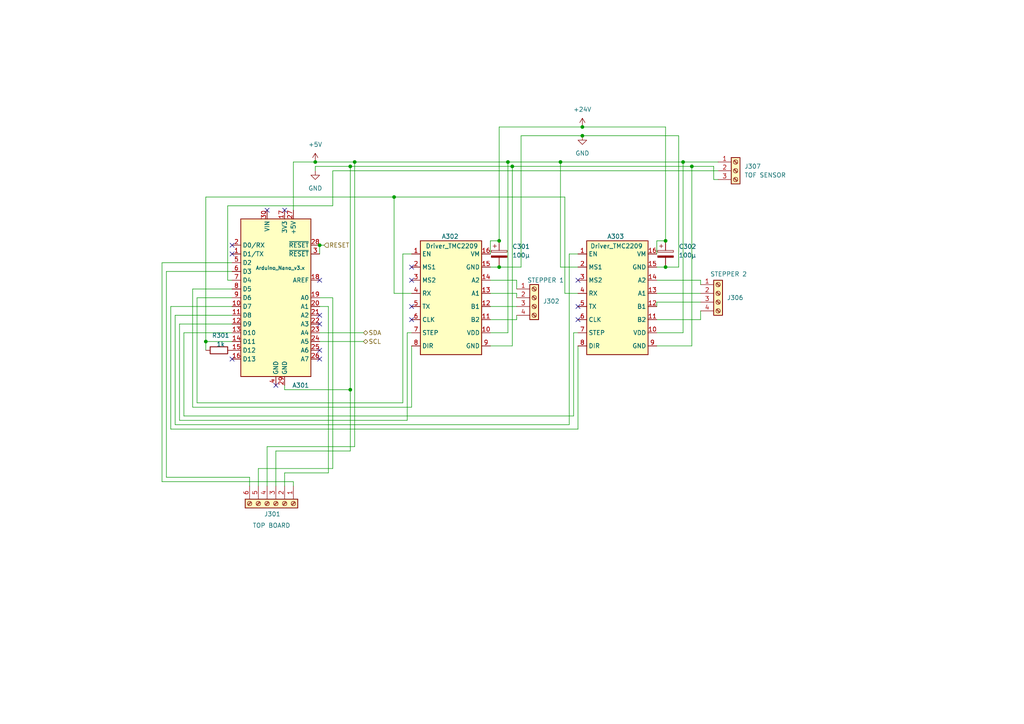
<source format=kicad_sch>
(kicad_sch (version 20231120) (generator "eeschema") (generator_version "8.0")
  (paper "A4")
  (lib_symbols
    (symbol "Connector:Screw_Terminal_01x03" (pin_names (offset 1.016) hide)
      (property "Reference" "J" (at 0 5.08 0))
      (property "Value" "Screw_Terminal_01x03" (at 0 -5.08 0))
      (symbol "Screw_Terminal_01x03_1_1"
        (rectangle (start -1.27 3.81) (end 1.27 -3.81) (stroke (width 0.254)) (fill (type background)))
        (circle (center 0 -2.54) (radius 0.635) (stroke (width 0.1524)))
        (polyline (pts (xy -0.5334 -2.2098) (xy 0.3302 -3.048)) (stroke (width 0.1524)))
        (polyline (pts (xy -0.5334 0.3302) (xy 0.3302 -0.508)) (stroke (width 0.1524)))
        (polyline (pts (xy -0.5334 2.8702) (xy 0.3302 2.032)) (stroke (width 0.1524)))
        (polyline (pts (xy -0.3556 -2.032) (xy 0.508 -2.8702)) (stroke (width 0.1524)))
        (polyline (pts (xy -0.3556 0.508) (xy 0.508 -0.3302)) (stroke (width 0.1524)))
        (polyline (pts (xy -0.3556 3.048) (xy 0.508 2.2098)) (stroke (width 0.1524)))
        (circle (center 0 0) (radius 0.635) (stroke (width 0.1524)))
        (circle (center 0 2.54) (radius 0.635) (stroke (width 0.1524)))
        (pin passive line (at -5.08 2.54 0) (length 3.81) (name "Pin_1") (number "1"))
        (pin passive line (at -5.08 0 0) (length 3.81) (name "Pin_2") (number "2"))
        (pin passive line (at -5.08 -2.54 0) (length 3.81) (name "Pin_3") (number "3"))
      )
    )
    (symbol "Connector:Screw_Terminal_01x04" (pin_names (offset 1.016) hide)
      (property "Reference" "J" (at 0 5.08 0))
      (property "Value" "Screw_Terminal_01x04" (at 0 -7.62 0))
      (symbol "Screw_Terminal_01x04_1_1"
        (rectangle (start -1.27 3.81) (end 1.27 -6.35) (stroke (width 0.254)) (fill (type background)))
        (circle (center 0 -5.08) (radius 0.635) (stroke (width 0.1524)))
        (circle (center 0 -2.54) (radius 0.635) (stroke (width 0.1524)))
        (polyline (pts (xy -0.5334 -4.7498) (xy 0.3302 -5.588)) (stroke (width 0.1524)))
        (polyline (pts (xy -0.5334 -2.2098) (xy 0.3302 -3.048)) (stroke (width 0.1524)))
        (polyline (pts (xy -0.5334 0.3302) (xy 0.3302 -0.508)) (stroke (width 0.1524)))
        (polyline (pts (xy -0.5334 2.8702) (xy 0.3302 2.032)) (stroke (width 0.1524)))
        (polyline (pts (xy -0.3556 -4.572) (xy 0.508 -5.4102)) (stroke (width 0.1524)))
        (polyline (pts (xy -0.3556 -2.032) (xy 0.508 -2.8702)) (stroke (width 0.1524)))
        (polyline (pts (xy -0.3556 0.508) (xy 0.508 -0.3302)) (stroke (width 0.1524)))
        (polyline (pts (xy -0.3556 3.048) (xy 0.508 2.2098)) (stroke (width 0.1524)))
        (circle (center 0 0) (radius 0.635) (stroke (width 0.1524)))
        (circle (center 0 2.54) (radius 0.635) (stroke (width 0.1524)))
        (pin passive line (at -5.08 2.54 0) (length 3.81) (name "Pin_1") (number "1"))
        (pin passive line (at -5.08 0 0) (length 3.81) (name "Pin_2") (number "2"))
        (pin passive line (at -5.08 -2.54 0) (length 3.81) (name "Pin_3") (number "3"))
        (pin passive line (at -5.08 -5.08 0) (length 3.81) (name "Pin_4") (number "4"))
      )
    )
    (symbol "Connector:Screw_Terminal_01x06" (pin_names (offset 1.016) hide)
      (property "Reference" "J" (at 0 7.62 0))
      (property "Value" "Screw_Terminal_01x06" (at 0 -10.16 0))
      (symbol "Screw_Terminal_01x06_1_1"
        (rectangle (start -1.27 6.35) (end 1.27 -8.89) (stroke (width 0.254)) (fill (type background)))
        (circle (center 0 -7.62) (radius 0.635) (stroke (width 0.1524)))
        (circle (center 0 -5.08) (radius 0.635) (stroke (width 0.1524)))
        (circle (center 0 -2.54) (radius 0.635) (stroke (width 0.1524)))
        (polyline (pts (xy -0.5334 -7.2898) (xy 0.3302 -8.128)) (stroke (width 0.1524)))
        (polyline (pts (xy -0.5334 -4.7498) (xy 0.3302 -5.588)) (stroke (width 0.1524)))
        (polyline (pts (xy -0.5334 -2.2098) (xy 0.3302 -3.048)) (stroke (width 0.1524)))
        (polyline (pts (xy -0.5334 0.3302) (xy 0.3302 -0.508)) (stroke (width 0.1524)))
        (polyline (pts (xy -0.5334 2.8702) (xy 0.3302 2.032)) (stroke (width 0.1524)))
        (polyline (pts (xy -0.5334 5.4102) (xy 0.3302 4.572)) (stroke (width 0.1524)))
        (polyline (pts (xy -0.3556 -7.112) (xy 0.508 -7.9502)) (stroke (width 0.1524)))
        (polyline (pts (xy -0.3556 -4.572) (xy 0.508 -5.4102)) (stroke (width 0.1524)))
        (polyline (pts (xy -0.3556 -2.032) (xy 0.508 -2.8702)) (stroke (width 0.1524)))
        (polyline (pts (xy -0.3556 0.508) (xy 0.508 -0.3302)) (stroke (width 0.1524)))
        (polyline (pts (xy -0.3556 3.048) (xy 0.508 2.2098)) (stroke (width 0.1524)))
        (polyline (pts (xy -0.3556 5.588) (xy 0.508 4.7498)) (stroke (width 0.1524)))
        (circle (center 0 0) (radius 0.635) (stroke (width 0.1524)))
        (circle (center 0 2.54) (radius 0.635) (stroke (width 0.1524)))
        (circle (center 0 5.08) (radius 0.635) (stroke (width 0.1524)))
        (pin passive line (at -5.08 5.08 0) (length 3.81) (name "Pin_1") (number "1"))
        (pin passive line (at -5.08 2.54 0) (length 3.81) (name "Pin_2") (number "2"))
        (pin passive line (at -5.08 0 0) (length 3.81) (name "Pin_3") (number "3"))
        (pin passive line (at -5.08 -2.54 0) (length 3.81) (name "Pin_4") (number "4"))
        (pin passive line (at -5.08 -5.08 0) (length 3.81) (name "Pin_5") (number "5"))
        (pin passive line (at -5.08 -7.62 0) (length 3.81) (name "Pin_6") (number "6"))
      )
    )
    (symbol "Device:C_Polarized" (pin_numbers hide) (pin_names (offset 0.254))
      (property "Reference" "C" (at 0.635 2.54 0))
      (property "Value" "C_Polarized" (at 0.635 -2.54 0))
      (symbol "C_Polarized_0_1"
        (rectangle (start -2.286 0.508) (end 2.286 1.016))
        (polyline (pts (xy -1.778 2.286) (xy -0.762 2.286)))
        (polyline (pts (xy -1.27 2.794) (xy -1.27 1.778)))
        (rectangle (start 2.286 -0.508) (end -2.286 -1.016) (fill (type outline)))
      )
      (symbol "C_Polarized_1_1"
        (pin passive line (at 0 3.81 270) (length 2.794) (name "~") (number "1"))
        (pin passive line (at 0 -3.81 90) (length 2.794) (name "~") (number "2"))
      )
    )
    (symbol "Device:R" (pin_numbers hide) (pin_names (offset 0))
      (property "Reference" "R" (at 2.032 0 90))
      (property "Value" "R" (at 0 0 90))
      (symbol "R_0_1"
        (rectangle (start -1.016 -2.54) (end 1.016 2.54) (stroke (width 0.254)))
      )
      (symbol "R_1_1"
        (pin passive line (at 0 3.81 270) (length 1.27) (name "~") (number "1"))
        (pin passive line (at 0 -3.81 90) (length 1.27) (name "~") (number "2"))
      )
    )
    (symbol "drill_arduinoNanoEdit:arduinoNanoEdit"
      (property "Reference" "A1" (at 4.7341 -25.4 0))
      (property "Value" "arduinoNanoEdit" (at 4.7341 -27.94 0))
      (symbol "arduinoNanoEdit_0_1"
        (rectangle (start -10.16 22.86) (end 10.16 -22.86) (stroke (width 0.254)) (fill (type background)))
      )
      (symbol "arduinoNanoEdit_1_1"
        (pin bidirectional line (at -12.7 12.7 0) (length 2.54) (name "D1/TX") (number "1"))
        (pin bidirectional line (at -12.7 -2.54 0) (length 2.54) (name "D7") (number "10"))
        (pin bidirectional line (at -12.7 -5.08 0) (length 2.54) (name "D8") (number "11"))
        (pin bidirectional line (at -12.7 -7.62 0) (length 2.54) (name "D9") (number "12"))
        (pin bidirectional line (at -12.7 -10.16 0) (length 2.54) (name "D10") (number "13"))
        (pin bidirectional line (at -12.7 -12.7 0) (length 2.54) (name "D11") (number "14"))
        (pin bidirectional line (at -12.7 -15.24 0) (length 2.54) (name "D12") (number "15"))
        (pin bidirectional line (at -12.7 -17.78 0) (length 2.54) (name "D13") (number "16"))
        (pin power_out line (at 2.54 25.4 270) (length 2.54) (name "3V3") (number "17"))
        (pin input line (at 12.7 5.08 180) (length 2.54) (name "AREF") (number "18"))
        (pin bidirectional line (at 12.7 0 180) (length 2.54) (name "A0") (number "19"))
        (pin bidirectional line (at -12.7 15.24 0) (length 2.54) (name "D0/RX") (number "2"))
        (pin bidirectional line (at 12.7 -2.54 180) (length 2.54) (name "A1") (number "20"))
        (pin bidirectional line (at 12.7 -5.08 180) (length 2.54) (name "A2") (number "21"))
        (pin bidirectional line (at 12.7 -7.62 180) (length 2.54) (name "A3") (number "22"))
        (pin bidirectional line (at 12.7 -10.16 180) (length 2.54) (name "A4") (number "23"))
        (pin bidirectional line (at 12.7 -12.7 180) (length 2.54) (name "A5") (number "24"))
        (pin bidirectional line (at 12.7 -15.24 180) (length 2.54) (name "A6") (number "25"))
        (pin bidirectional line (at 12.7 -17.78 180) (length 2.54) (name "A7") (number "26"))
        (pin power_in line (at 5.08 25.4 270) (length 2.54) (name "+5V") (number "27"))
        (pin input line (at 12.7 15.24 180) (length 2.54) (name "~{RESET}") (number "28"))
        (pin power_in line (at 2.54 -25.4 90) (length 2.54) (name "GND") (number "29"))
        (pin input line (at 12.7 12.7 180) (length 2.54) (name "~{RESET}") (number "3"))
        (pin power_in line (at -2.54 25.4 270) (length 2.54) (name "VIN") (number "30"))
        (pin power_in line (at 0 -25.4 90) (length 2.54) (name "GND") (number "4"))
        (pin bidirectional line (at -12.7 10.16 0) (length 2.54) (name "D2") (number "5"))
        (pin bidirectional line (at -12.7 7.62 0) (length 2.54) (name "D3") (number "6"))
        (pin bidirectional line (at -12.7 5.08 0) (length 2.54) (name "D4") (number "7"))
        (pin bidirectional line (at -12.7 2.54 0) (length 2.54) (name "D5") (number "8"))
        (pin bidirectional line (at -12.7 0 0) (length 2.54) (name "D6") (number "9"))
      )
    )
    (symbol "mujDriver:mujDriver2"
      (property "Reference" "A" (at -2.54 19.05 0))
      (property "Value" "mujDriver2" (at -2.54 16.51 0))
      (symbol "mujDriver2_0_1"
        (rectangle (start -7.62 15.24) (end 10.16 -17.78) (stroke (width 0.254)) (fill (type background)))
      )
      (symbol "mujDriver2_1_1"
        (pin power_in line (at -10.16 11.43 0) (length 2.54) (name "EN") (number "1"))
        (pin power_in line (at 12.7 -11.43 180) (length 2.54) (name "VDD") (number "10"))
        (pin output line (at 12.7 -7.62 180) (length 2.54) (name "B2") (number "11"))
        (pin output line (at 12.7 -3.81 180) (length 2.54) (name "B1") (number "12"))
        (pin output line (at 12.7 0 180) (length 2.54) (name "A1") (number "13"))
        (pin output line (at 12.7 3.81 180) (length 2.54) (name "A2") (number "14"))
        (pin power_in line (at 12.7 7.62 180) (length 2.54) (name "GND") (number "15"))
        (pin power_in line (at 12.7 11.43 180) (length 2.54) (name "VM") (number "16"))
        (pin free line (at -10.16 7.62 0) (length 2.54) (name "MS1") (number "2"))
        (pin free line (at -10.16 3.81 0) (length 2.54) (name "MS2") (number "3"))
        (pin input line (at -10.16 0 0) (length 2.54) (name "RX") (number "4"))
        (pin output line (at -10.16 -3.81 0) (length 2.54) (name "TX") (number "5"))
        (pin free line (at -10.16 -7.62 0) (length 2.54) (name "CLK") (number "6"))
        (pin input line (at -10.16 -11.43 0) (length 2.54) (name "STEP") (number "7"))
        (pin input line (at -10.16 -15.24 0) (length 2.54) (name "DIR") (number "8"))
        (pin power_in line (at 12.7 -15.24 180) (length 2.54) (name "GND") (number "9"))
      )
    )
    (symbol "power:+24V" (power) (pin_numbers hide) (pin_names (offset 0) hide)
      (property "Value" "+24V" (at 0 3.556 0))
      (symbol "+24V_0_1"
        (polyline (pts (xy -0.762 1.27) (xy 0 2.54)))
        (polyline (pts (xy 0 0) (xy 0 2.54)))
        (polyline (pts (xy 0 2.54) (xy 0.762 1.27)))
      )
      (symbol "+24V_1_1"
        (pin power_in line (at 0 0 90) (length 0) (name "~") (number "1"))
      )
    )
    (symbol "power:+5V" (power) (pin_numbers hide) (pin_names (offset 0) hide)
      (property "Value" "+5V" (at 0 3.556 0))
      (symbol "+5V_0_1"
        (polyline (pts (xy -0.762 1.27) (xy 0 2.54)))
        (polyline (pts (xy 0 0) (xy 0 2.54)))
        (polyline (pts (xy 0 2.54) (xy 0.762 1.27)))
      )
      (symbol "+5V_1_1"
        (pin power_in line (at 0 0 90) (length 0) (name "~") (number "1"))
      )
    )
    (symbol "power:GND" (power) (pin_numbers hide) (pin_names (offset 0) hide)
      (property "Value" "GND" (at 0 -3.81 0))
      (symbol "GND_0_1"
        (polyline (pts (xy 0 0) (xy 0 -1.27) (xy 1.27 -1.27) (xy 0 -2.54) (xy -1.27 -1.27) (xy 0 -1.27)))
      )
      (symbol "GND_1_1"
        (pin power_in line (at 0 0 270) (length 0) (name "~") (number "1"))
      )
    )
  )
  (junction (at 144.78 69.85))
  (junction (at 144.78 77.47))
  (junction (at 101.6 48.26))
  (junction (at 114.3 57.15))
  (junction (at 91.44 46.99))
  (junction (at 102.87 46.99))
  (junction (at 193.04 77.47))
  (junction (at 101.6 113.03))
  (junction (at 193.04 69.85))
  (junction (at 168.91 36.83))
  (junction (at 162.56 46.99))
  (junction (at 200.66 48.26))
  (junction (at 198.12 46.99))
  (junction (at 168.91 39.37))
  (junction (at 148.59 48.26))
  (junction (at 59.69 99.06))
  (junction (at 147.32 46.99))
  (junction (at 92.71 71.12))
  (no_connect (at 167.64 81.28))
  (no_connect (at 80.01 111.76))
  (no_connect (at 67.31 104.14))
  (no_connect (at 119.38 88.9))
  (no_connect (at 119.38 92.71))
  (no_connect (at 92.71 101.6))
  (no_connect (at 119.38 81.28))
  (no_connect (at 92.71 104.14))
  (no_connect (at 77.47 60.96))
  (no_connect (at 167.64 92.71))
  (no_connect (at 67.31 71.12))
  (no_connect (at 167.64 88.9))
  (no_connect (at 92.71 81.28))
  (no_connect (at 92.71 93.98))
  (no_connect (at 82.55 60.96))
  (no_connect (at 92.71 91.44))
  (no_connect (at 119.38 77.47))
  (no_connect (at 67.31 73.66))
  (wire (pts (xy 59.69 57.15) (xy 114.3 57.15)))
  (wire (pts (xy 49.53 124.46) (xy 49.53 88.9)))
  (wire (pts (xy 66.04 59.69) (xy 96.52 59.69)))
  (wire (pts (xy 50.8 91.44) (xy 67.31 91.44)))
  (wire (pts (xy 119.38 118.11) (xy 55.88 118.11)))
  (wire (pts (xy 80.01 130.81) (xy 101.6 130.81)))
  (wire (pts (xy 119.38 100.33) (xy 119.38 118.11)))
  (wire (pts (xy 46.99 76.2) (xy 67.31 76.2)))
  (wire (pts (xy 74.93 135.89) (xy 96.52 135.89)))
  (wire (pts (xy 208.28 49.53) (xy 96.52 49.53)))
  (wire (pts (xy 144.78 77.47) (xy 151.13 77.47)))
  (wire (pts (xy 116.84 116.84) (xy 116.84 73.66)))
  (wire (pts (xy 190.5 100.33) (xy 200.66 100.33)))
  (wire (pts (xy 77.47 129.54) (xy 77.47 140.97)))
  (wire (pts (xy 59.69 99.06) (xy 67.31 99.06)))
  (wire (pts (xy 114.3 85.09) (xy 119.38 85.09)))
  (wire (pts (xy 55.88 83.82) (xy 67.31 83.82)))
  (wire (pts (xy 46.99 139.7) (xy 85.09 139.7)))
  (wire (pts (xy 96.52 135.89) (xy 96.52 86.36)))
  (wire (pts (xy 193.04 77.47) (xy 190.5 77.47)))
  (wire (pts (xy 102.87 129.54) (xy 77.47 129.54)))
  (wire (pts (xy 80.01 130.81) (xy 80.01 140.97)))
  (wire (pts (xy 190.5 92.71) (xy 203.2 92.71)))
  (wire (pts (xy 200.66 48.26) (xy 207.01 48.26)))
  (wire (pts (xy 101.6 48.26) (xy 148.59 48.26)))
  (wire (pts (xy 52.07 93.98) (xy 67.31 93.98)))
  (wire (pts (xy 96.52 86.36) (xy 92.71 86.36)))
  (wire (pts (xy 167.64 124.46) (xy 49.53 124.46)))
  (wire (pts (xy 151.13 39.37) (xy 168.91 39.37)))
  (wire (pts (xy 165.1 73.66) (xy 165.1 123.19)))
  (wire (pts (xy 142.24 81.28) (xy 149.86 81.28)))
  (wire (pts (xy 142.24 77.47) (xy 144.78 77.47)))
  (wire (pts (xy 59.69 57.15) (xy 59.69 99.06)))
  (wire (pts (xy 116.84 73.66) (xy 119.38 73.66)))
  (wire (pts (xy 72.39 138.43) (xy 72.39 140.97)))
  (wire (pts (xy 168.91 39.37) (xy 196.85 39.37)))
  (wire (pts (xy 148.59 48.26) (xy 148.59 100.33)))
  (wire (pts (xy 142.24 96.52) (xy 147.32 96.52)))
  (wire (pts (xy 149.86 81.28) (xy 149.86 83.82)))
  (wire (pts (xy 168.91 36.83) (xy 193.04 36.83)))
  (wire (pts (xy 190.5 69.85) (xy 190.5 73.66)))
  (wire (pts (xy 92.71 71.12) (xy 92.71 73.66)))
  (wire (pts (xy 82.55 113.03) (xy 82.55 111.76)))
  (wire (pts (xy 49.53 88.9) (xy 67.31 88.9)))
  (wire (pts (xy 114.3 57.15) (xy 163.83 57.15)))
  (wire (pts (xy 91.44 48.26) (xy 101.6 48.26)))
  (wire (pts (xy 91.44 48.26) (xy 91.44 49.53)))
  (wire (pts (xy 55.88 118.11) (xy 55.88 83.82)))
  (wire (pts (xy 193.04 36.83) (xy 193.04 69.85)))
  (wire (pts (xy 82.55 113.03) (xy 101.6 113.03)))
  (wire (pts (xy 95.25 137.16) (xy 82.55 137.16)))
  (wire (pts (xy 102.87 46.99) (xy 102.87 129.54)))
  (wire (pts (xy 148.59 48.26) (xy 200.66 48.26)))
  (wire (pts (xy 163.83 85.09) (xy 167.64 85.09)))
  (wire (pts (xy 149.86 88.9) (xy 142.24 88.9)))
  (wire (pts (xy 59.69 99.06) (xy 59.69 101.6)))
  (wire (pts (xy 57.15 116.84) (xy 116.84 116.84)))
  (wire (pts (xy 114.3 57.15) (xy 114.3 85.09)))
  (wire (pts (xy 151.13 77.47) (xy 151.13 39.37)))
  (wire (pts (xy 208.28 52.07) (xy 207.01 52.07)))
  (wire (pts (xy 166.37 96.52) (xy 167.64 96.52)))
  (wire (pts (xy 162.56 46.99) (xy 147.32 46.99)))
  (wire (pts (xy 85.09 139.7) (xy 85.09 140.97)))
  (wire (pts (xy 190.5 87.63) (xy 190.5 88.9)))
  (wire (pts (xy 203.2 92.71) (xy 203.2 90.17)))
  (wire (pts (xy 53.34 120.65) (xy 53.34 96.52)))
  (wire (pts (xy 198.12 46.99) (xy 198.12 96.52)))
  (wire (pts (xy 167.64 124.46) (xy 167.64 100.33)))
  (wire (pts (xy 142.24 100.33) (xy 148.59 100.33)))
  (wire (pts (xy 203.2 81.28) (xy 203.2 82.55)))
  (wire (pts (xy 48.26 78.74) (xy 48.26 138.43)))
  (wire (pts (xy 118.11 96.52) (xy 118.11 121.92)))
  (wire (pts (xy 144.78 36.83) (xy 144.78 69.85)))
  (wire (pts (xy 48.26 138.43) (xy 72.39 138.43)))
  (wire (pts (xy 166.37 96.52) (xy 166.37 120.65)))
  (wire (pts (xy 57.15 86.36) (xy 67.31 86.36)))
  (wire (pts (xy 85.09 46.99) (xy 91.44 46.99)))
  (wire (pts (xy 163.83 57.15) (xy 163.83 85.09)))
  (wire (pts (xy 46.99 139.7) (xy 46.99 76.2)))
  (wire (pts (xy 142.24 73.66) (xy 142.24 69.85)))
  (wire (pts (xy 66.04 81.28) (xy 67.31 81.28)))
  (wire (pts (xy 190.5 69.85) (xy 193.04 69.85)))
  (wire (pts (xy 142.24 69.85) (xy 144.78 69.85)))
  (wire (pts (xy 149.86 92.71) (xy 149.86 91.44)))
  (wire (pts (xy 101.6 48.26) (xy 101.6 113.03)))
  (wire (pts (xy 167.64 77.47) (xy 162.56 77.47)))
  (wire (pts (xy 166.37 120.65) (xy 53.34 120.65)))
  (wire (pts (xy 96.52 49.53) (xy 96.52 59.69)))
  (wire (pts (xy 144.78 36.83) (xy 168.91 36.83)))
  (wire (pts (xy 57.15 116.84) (xy 57.15 86.36)))
  (wire (pts (xy 102.87 46.99) (xy 147.32 46.99)))
  (wire (pts (xy 142.24 92.71) (xy 149.86 92.71)))
  (wire (pts (xy 149.86 86.36) (xy 149.86 85.09)))
  (wire (pts (xy 200.66 100.33) (xy 200.66 48.26)))
  (wire (pts (xy 52.07 121.92) (xy 52.07 93.98)))
  (wire (pts (xy 95.25 88.9) (xy 92.71 88.9)))
  (wire (pts (xy 198.12 46.99) (xy 208.28 46.99)))
  (wire (pts (xy 167.64 73.66) (xy 165.1 73.66)))
  (wire (pts (xy 149.86 85.09) (xy 142.24 85.09)))
  (wire (pts (xy 53.34 96.52) (xy 67.31 96.52)))
  (wire (pts (xy 190.5 96.52) (xy 198.12 96.52)))
  (wire (pts (xy 92.71 99.06) (xy 105.41 99.06)))
  (wire (pts (xy 207.01 52.07) (xy 207.01 48.26)))
  (wire (pts (xy 82.55 137.16) (xy 82.55 140.97)))
  (wire (pts (xy 119.38 96.52) (xy 118.11 96.52)))
  (wire (pts (xy 50.8 91.44) (xy 50.8 123.19)))
  (wire (pts (xy 190.5 85.09) (xy 203.2 85.09)))
  (wire (pts (xy 147.32 46.99) (xy 147.32 96.52)))
  (wire (pts (xy 52.07 121.92) (xy 118.11 121.92)))
  (wire (pts (xy 48.26 78.74) (xy 67.31 78.74)))
  (wire (pts (xy 203.2 87.63) (xy 190.5 87.63)))
  (wire (pts (xy 162.56 46.99) (xy 198.12 46.99)))
  (wire (pts (xy 162.56 46.99) (xy 162.56 77.47)))
  (wire (pts (xy 101.6 113.03) (xy 101.6 130.81)))
  (wire (pts (xy 92.71 96.52) (xy 105.41 96.52)))
  (wire (pts (xy 95.25 88.9) (xy 95.25 137.16)))
  (wire (pts (xy 91.44 46.99) (xy 102.87 46.99)))
  (wire (pts (xy 196.85 39.37) (xy 196.85 77.47)))
  (wire (pts (xy 66.04 59.69) (xy 66.04 81.28)))
  (wire (pts (xy 190.5 81.28) (xy 203.2 81.28)))
  (wire (pts (xy 196.85 77.47) (xy 193.04 77.47)))
  (wire (pts (xy 85.09 46.99) (xy 85.09 60.96)))
  (wire (pts (xy 92.71 71.12) (xy 93.98 71.12)))
  (wire (pts (xy 74.93 140.97) (xy 74.93 135.89)))
  (wire (pts (xy 165.1 123.19) (xy 50.8 123.19)))
  (hierarchical_label "RESET" (shape input) (at 93.98 71.12 0))
  (hierarchical_label "SCL" (shape bidirectional) (at 105.41 99.06 0))
  (hierarchical_label "SDA" (shape bidirectional) (at 105.41 96.52 0))
  (symbol (lib_id "power:GND") (at 168.91 39.37 0) (unit 1)
    (property "Reference" "#PWR0304" (effects (hide yes)))
    (property "Value" "GND" (at 168.91 44.45 0))
    (property "Description" "Power symbol creates a global label with name \"GND\" , ground" (effects (hide yes)))
  )
  (symbol (lib_id "drill_arduinoNanoEdit:arduinoNanoEdit") (at 80.01 86.36 0) (unit 1)
    (property "Reference" "A301" (at 84.7441 111.76 0) (effects (justify left)))
    (property "Value" "Arduino_Nano_v3.x" (at 74.168 77.724 0) (effects (font (size 1.016 1.016)) (justify left)))
    (property "Footprint" "Module:Arduino_Nano" (effects (hide yes)))
    (property "Datasheet" "http://www.mouser.com/pdfdocs/Gravitech_Arduino_Nano3_0.pdf" (effects (hide yes)))
    (property "Description" "Arduino Nano v3.x" (effects (hide yes)))
  )
  (symbol (lib_id "Device:R") (at 63.5 101.6 90) (unit 1)
    (property "Reference" "R301" (at 64.008 97.282 90))
    (property "Value" "1k" (at 64.008 99.822 90))
    (property "Footprint" "Resistor_SMD:R_1206_3216Metric" (effects (hide yes)))
    (property "Description" "Resistor" (effects (hide yes)))
  )
  (symbol (lib_id "Device:C_Polarized") (at 193.04 73.66 0) (unit 1)
    (property "Reference" "C302" (at 196.85 71.5009 0) (effects (justify left)))
    (property "Value" "100μ" (at 196.85 74.0409 0) (effects (justify left)))
    (property "Footprint" "Capacitor_THT:CP_Radial_D8.0mm_P3.50mm" (effects (hide yes)))
    (property "Description" "Polarized capacitor" (effects (hide yes)))
  )
  (symbol (lib_id "Connector:Screw_Terminal_01x03") (at 213.36 49.53 0) (unit 1)
    (property "Reference" "J307" (at 215.9 48.2599 0) (effects (justify left)))
    (property "Value" "TOF SENSOR" (at 215.9 50.7999 0) (effects (justify left)))
    (property "Footprint" "Connector_JST:JST_XH_B3B-XH-A_1x03_P2.50mm_Vertical" (effects (hide yes)))
    (property "Description" "Generic screw terminal, single row, 01x03, script generated (kicad-library-utils/schlib/autogen/connector/)" (effects (hide yes)))
  )
  (symbol (lib_id "power:GND") (at 91.44 49.53 0) (unit 1)
    (property "Reference" "#PWR0302" (effects (hide yes)))
    (property "Value" "GND" (at 91.44 54.61 0))
    (property "Description" "Power symbol creates a global label with name \"GND\" , ground" (effects (hide yes)))
  )
  (symbol (lib_id "Device:C_Polarized") (at 144.78 73.66 0) (unit 1)
    (property "Reference" "C301" (at 148.59 71.5009 0) (effects (justify left)))
    (property "Value" "100μ" (at 148.59 74.0409 0) (effects (justify left)))
    (property "Footprint" "Capacitor_THT:CP_Radial_D8.0mm_P3.50mm" (effects (hide yes)))
    (property "Description" "Polarized capacitor" (effects (hide yes)))
  )
  (symbol (lib_id "Connector:Screw_Terminal_01x06") (at 80.01 146.05 270) (unit 1)
    (property "Reference" "J301" (at 78.994 149.098 90))
    (property "Value" "TOP BOARD" (at 78.74 152.4 90))
    (property "Footprint" "Connector_JST:JST_XH_B6B-XH-A_1x06_P2.50mm_Vertical" (effects (hide yes)))
    (property "Description" "Generic screw terminal, single row, 01x06, script generated (kicad-library-utils/schlib/autogen/connector/)" (effects (hide yes)))
  )
  (symbol (lib_id "Connector:Screw_Terminal_01x04") (at 208.28 85.09 0) (unit 1)
    (property "Reference" "J306" (at 210.82 86.3599 0) (effects (justify left)))
    (property "Value" "STEPPER 2" (at 205.994 79.502 0) (effects (justify left)))
    (property "Footprint" "Connector_JST:JST_XH_B4B-XH-A_1x04_P2.50mm_Vertical" (effects (hide yes)))
    (property "Datasheet" "motor2" (effects (hide yes)))
    (property "Description" "Generic screw terminal, single row, 01x04, script generated (kicad-library-utils/schlib/autogen/connector/)" (effects (hide yes)))
  )
  (symbol (lib_id "power:+24V") (at 168.91 36.83 0) (unit 1)
    (property "Reference" "#PWR0303" (effects (hide yes)))
    (property "Value" "+24V" (at 168.91 31.75 0))
    (property "Description" "Power symbol creates a global label with name \"+24V\"" (effects (hide yes)))
  )
  (symbol (lib_id "Connector:Screw_Terminal_01x04") (at 154.94 86.36 0) (unit 1)
    (property "Reference" "J302" (at 157.48 87.376 0) (effects (justify left)))
    (property "Value" "STEPPER 1" (at 152.908 81.28 0) (effects (justify left)))
    (property "Footprint" "Connector_JST:JST_XH_B4B-XH-A_1x04_P2.50mm_Vertical" (effects (hide yes)))
    (property "Datasheet" "motor1" (effects (hide yes)))
    (property "Description" "Generic screw terminal, single row, 01x04, script generated (kicad-library-utils/schlib/autogen/connector/)" (effects (hide yes)))
  )
  (symbol (lib_id "power:+5V") (at 91.44 46.99 0) (unit 1)
    (property "Reference" "#PWR0301" (effects (hide yes)))
    (property "Value" "+5V" (at 91.44 41.91 0))
    (property "Description" "Power symbol creates a global label with name \"+5V\"" (effects (hide yes)))
  )
  (symbol (lib_id "mujDriver:mujDriver2") (at 129.54 85.09 0) (unit 1)
    (property "Reference" "A302" (at 130.556 68.58 0))
    (property "Value" "Driver_TMC2209" (at 131.064 71.374 0))
    (property "Footprint" "Module:Pololu_Breakout-16_15.2x20.3mm" (effects (hide yes)))
    (property "Datasheet" "https://www.pololu.com/product/2980/pictures" (effects (hide yes)))
    (property "Description" "Pololu Breakout Board, Stepper Driver A4988" (effects (hide yes)))
  )
  (symbol (lib_id "mujDriver:mujDriver2") (at 177.8 85.09 0) (unit 1)
    (property "Reference" "A303" (at 178.562 68.58 0))
    (property "Value" "Driver_TMC2209" (at 178.816 71.374 0))
    (property "Footprint" "Module:Pololu_Breakout-16_15.2x20.3mm" (effects (hide yes)))
    (property "Datasheet" "https://www.pololu.com/product/2980/pictures" (effects (hide yes)))
    (property "Description" "Pololu Breakout Board, Stepper Driver A4988" (effects (hide yes)))
  )
)
</source>
